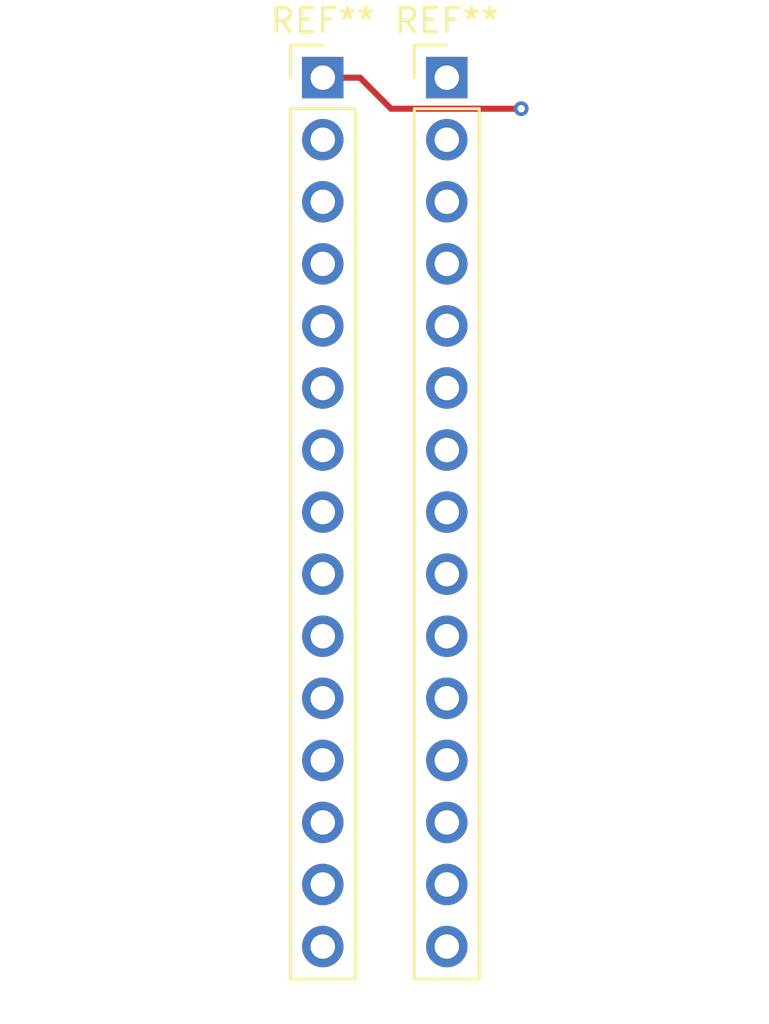
<source format=kicad_pcb>
(kicad_pcb (version 20200628) (host pcbnew "(5.99.0-2358-g6d8fb94d8)")

  (general
    (thickness 1.6)
    (drawings 0)
    (tracks 4)
    (modules 2)
    (nets 1)
  )

  (paper "A4")
  (layers
    (0 "F.Cu" signal)
    (31 "B.Cu" signal)
    (32 "B.Adhes" user)
    (33 "F.Adhes" user)
    (34 "B.Paste" user)
    (35 "F.Paste" user)
    (36 "B.SilkS" user)
    (37 "F.SilkS" user)
    (38 "B.Mask" user)
    (39 "F.Mask" user)
    (40 "Dwgs.User" user)
    (41 "Cmts.User" user)
    (42 "Eco1.User" user)
    (43 "Eco2.User" user)
    (44 "Edge.Cuts" user)
    (45 "Margin" user)
    (46 "B.CrtYd" user)
    (47 "F.CrtYd" user)
    (48 "B.Fab" user)
    (49 "F.Fab" user)
  )

  (setup
    (stackup
      (layer "F.SilkS" (type "Top Silk Screen"))
      (layer "F.Paste" (type "Top Solder Paste"))
      (layer "F.Mask" (type "Top Solder Mask") (color "Green") (thickness 0.01))
      (layer "F.Cu" (type "copper") (thickness 0.035))
      (layer "dielectric 1" (type "core") (thickness 1.51) (material "FR4") (epsilon_r 4.5) (loss_tangent 0.02))
      (layer "B.Cu" (type "copper") (thickness 0.035))
      (layer "B.Mask" (type "Bottom Solder Mask") (color "Green") (thickness 0.01))
      (layer "B.Paste" (type "Bottom Solder Paste"))
      (layer "B.SilkS" (type "Bottom Silk Screen"))
      (copper_finish "None")
      (dielectric_constraints no)
    )
    (pcbplotparams
      (layerselection 0x010fc_ffffffff)
      (usegerberextensions false)
      (usegerberattributes true)
      (usegerberadvancedattributes true)
      (creategerberjobfile true)
      (svguseinch false)
      (svgprecision 6)
      (excludeedgelayer true)
      (linewidth 0.100000)
      (plotframeref false)
      (viasonmask false)
      (mode 1)
      (useauxorigin false)
      (hpglpennumber 1)
      (hpglpenspeed 20)
      (hpglpendiameter 15.000000)
      (psnegative false)
      (psa4output false)
      (plotreference true)
      (plotvalue true)
      (plotinvisibletext false)
      (sketchpadsonfab false)
      (subtractmaskfromsilk false)
      (outputformat 1)
      (mirror false)
      (drillshape 1)
      (scaleselection 1)
      (outputdirectory "")
    )
  )

  (net 0 "")

  (module "Connector_PinHeader_2.54mm:PinHeader_1x15_P2.54mm_Vertical" (layer "F.Cu") (tedit 59FED5CC) (tstamp 6027322e-53e6-4b51-88d8-b28b08ae15ea)
    (at 81.28 50.8)
    (descr "Through hole straight pin header, 1x15, 2.54mm pitch, single row")
    (tags "Through hole pin header THT 1x15 2.54mm single row")
    (fp_text reference "REF**" (at 0 -2.33) (layer "F.SilkS")
      (effects (font (size 1 1) (thickness 0.15)))
    )
    (fp_text value "PinHeader_1x15_P2.54mm_Vertical" (at 0 37.89) (layer "F.Fab")
      (effects (font (size 1 1) (thickness 0.15)))
    )
    (fp_line (start -0.635 -1.27) (end 1.27 -1.27) (layer "F.Fab") (width 0.1))
    (fp_line (start 1.27 -1.27) (end 1.27 36.83) (layer "F.Fab") (width 0.1))
    (fp_line (start 1.27 36.83) (end -1.27 36.83) (layer "F.Fab") (width 0.1))
    (fp_line (start -1.27 36.83) (end -1.27 -0.635) (layer "F.Fab") (width 0.1))
    (fp_line (start -1.27 -0.635) (end -0.635 -1.27) (layer "F.Fab") (width 0.1))
    (fp_line (start -1.33 36.89) (end 1.33 36.89) (layer "F.SilkS") (width 0.12))
    (fp_line (start -1.33 1.27) (end -1.33 36.89) (layer "F.SilkS") (width 0.12))
    (fp_line (start 1.33 1.27) (end 1.33 36.89) (layer "F.SilkS") (width 0.12))
    (fp_line (start -1.33 1.27) (end 1.33 1.27) (layer "F.SilkS") (width 0.12))
    (fp_line (start -1.33 0) (end -1.33 -1.33) (layer "F.SilkS") (width 0.12))
    (fp_line (start -1.33 -1.33) (end 0 -1.33) (layer "F.SilkS") (width 0.12))
    (fp_line (start -1.8 -1.8) (end -1.8 37.35) (layer "F.CrtYd") (width 0.05))
    (fp_line (start -1.8 37.35) (end 1.8 37.35) (layer "F.CrtYd") (width 0.05))
    (fp_line (start 1.8 37.35) (end 1.8 -1.8) (layer "F.CrtYd") (width 0.05))
    (fp_line (start 1.8 -1.8) (end -1.8 -1.8) (layer "F.CrtYd") (width 0.05))
    (fp_text user "${REFERENCE}" (at 0 17.78 90) (layer "F.Fab")
      (effects (font (size 1 1) (thickness 0.15)))
    )
    (pad "1" thru_hole rect (at 0 0) (size 1.7 1.7) (drill 1) (layers *.Cu *.Mask) (tstamp 80d12a42-23c7-4e4c-a0bf-617d82771be5))
    (pad "2" thru_hole oval (at 0 2.54) (size 1.7 1.7) (drill 1) (layers *.Cu *.Mask) (tstamp f513dabb-8da8-495f-b2db-ead4ade0e2aa))
    (pad "3" thru_hole oval (at 0 5.08) (size 1.7 1.7) (drill 1) (layers *.Cu *.Mask) (tstamp 0c97f925-1899-4ff0-b064-47c2b2a26905))
    (pad "4" thru_hole oval (at 0 7.62) (size 1.7 1.7) (drill 1) (layers *.Cu *.Mask) (tstamp 7b8ddaba-646a-4e81-9db7-5c968cdac499))
    (pad "5" thru_hole oval (at 0 10.16) (size 1.7 1.7) (drill 1) (layers *.Cu *.Mask) (tstamp 1499ec8f-e481-4212-8a07-31d403ffe7d5))
    (pad "6" thru_hole oval (at 0 12.7) (size 1.7 1.7) (drill 1) (layers *.Cu *.Mask) (tstamp 46140679-debe-4387-9b91-d2d7b4d045a6))
    (pad "7" thru_hole oval (at 0 15.24) (size 1.7 1.7) (drill 1) (layers *.Cu *.Mask) (tstamp 33b43606-33f6-4eb3-bf5a-bac57d041067))
    (pad "8" thru_hole oval (at 0 17.78) (size 1.7 1.7) (drill 1) (layers *.Cu *.Mask) (tstamp dcccef60-169c-4b66-9c14-f2cb895df371))
    (pad "9" thru_hole oval (at 0 20.32) (size 1.7 1.7) (drill 1) (layers *.Cu *.Mask) (tstamp 85b029b1-ff35-4282-bee1-7bb1ab65d671))
    (pad "10" thru_hole oval (at 0 22.86) (size 1.7 1.7) (drill 1) (layers *.Cu *.Mask) (tstamp 6df044dc-c3cc-4ba6-9d68-d1c918014555))
    (pad "11" thru_hole oval (at 0 25.4) (size 1.7 1.7) (drill 1) (layers *.Cu *.Mask) (tstamp 45eed95b-aa87-41e2-b088-d078917ff593))
    (pad "12" thru_hole oval (at 0 27.94) (size 1.7 1.7) (drill 1) (layers *.Cu *.Mask) (tstamp a462c613-0ca3-477b-bbb0-9ac20602604d))
    (pad "13" thru_hole oval (at 0 30.48) (size 1.7 1.7) (drill 1) (layers *.Cu *.Mask) (tstamp b9d4c266-79b3-45cf-9010-ce59f0d7b5eb))
    (pad "14" thru_hole oval (at 0 33.02) (size 1.7 1.7) (drill 1) (layers *.Cu *.Mask) (tstamp b1319e2e-6708-4644-8a83-3a0db12e106a))
    (pad "15" thru_hole oval (at 0 35.56) (size 1.7 1.7) (drill 1) (layers *.Cu *.Mask) (tstamp 154f87ad-2c6a-4afb-9df9-73387a855bc2))
    (model "${KISYS3DMOD}/Connector_PinHeader_2.54mm.3dshapes/PinHeader_1x15_P2.54mm_Vertical.wrl"
      (at (xyz 0 0 0))
      (scale (xyz 1 1 1))
      (rotate (xyz 0 0 0))
    )
  )

  (module "Connector_PinHeader_2.54mm:PinHeader_1x15_P2.54mm_Vertical" (layer "F.Cu") (tedit 59FED5CC) (tstamp 380868bc-8140-45d8-81c8-4aac664dcf73)
    (at 76.2 50.8)
    (descr "Through hole straight pin header, 1x15, 2.54mm pitch, single row")
    (tags "Through hole pin header THT 1x15 2.54mm single row")
    (fp_text reference "REF**" (at 0 -2.33) (layer "F.SilkS")
      (effects (font (size 1 1) (thickness 0.15)))
    )
    (fp_text value "PinHeader_1x15_P2.54mm_Vertical" (at 0 37.89) (layer "F.Fab")
      (effects (font (size 1 1) (thickness 0.15)))
    )
    (fp_text user "${REFERENCE}" (at 0 17.78 90) (layer "F.Fab")
      (effects (font (size 1 1) (thickness 0.15)))
    )
    (fp_line (start 1.8 -1.8) (end -1.8 -1.8) (layer "F.CrtYd") (width 0.05))
    (fp_line (start 1.8 37.35) (end 1.8 -1.8) (layer "F.CrtYd") (width 0.05))
    (fp_line (start -1.8 37.35) (end 1.8 37.35) (layer "F.CrtYd") (width 0.05))
    (fp_line (start -1.8 -1.8) (end -1.8 37.35) (layer "F.CrtYd") (width 0.05))
    (fp_line (start -1.33 -1.33) (end 0 -1.33) (layer "F.SilkS") (width 0.12))
    (fp_line (start -1.33 0) (end -1.33 -1.33) (layer "F.SilkS") (width 0.12))
    (fp_line (start -1.33 1.27) (end 1.33 1.27) (layer "F.SilkS") (width 0.12))
    (fp_line (start 1.33 1.27) (end 1.33 36.89) (layer "F.SilkS") (width 0.12))
    (fp_line (start -1.33 1.27) (end -1.33 36.89) (layer "F.SilkS") (width 0.12))
    (fp_line (start -1.33 36.89) (end 1.33 36.89) (layer "F.SilkS") (width 0.12))
    (fp_line (start -1.27 -0.635) (end -0.635 -1.27) (layer "F.Fab") (width 0.1))
    (fp_line (start -1.27 36.83) (end -1.27 -0.635) (layer "F.Fab") (width 0.1))
    (fp_line (start 1.27 36.83) (end -1.27 36.83) (layer "F.Fab") (width 0.1))
    (fp_line (start 1.27 -1.27) (end 1.27 36.83) (layer "F.Fab") (width 0.1))
    (fp_line (start -0.635 -1.27) (end 1.27 -1.27) (layer "F.Fab") (width 0.1))
    (pad "15" thru_hole oval (at 0 35.56) (size 1.7 1.7) (drill 1) (layers *.Cu *.Mask) (tstamp 154f87ad-2c6a-4afb-9df9-73387a855bc2))
    (pad "14" thru_hole oval (at 0 33.02) (size 1.7 1.7) (drill 1) (layers *.Cu *.Mask) (tstamp b1319e2e-6708-4644-8a83-3a0db12e106a))
    (pad "13" thru_hole oval (at 0 30.48) (size 1.7 1.7) (drill 1) (layers *.Cu *.Mask) (tstamp b9d4c266-79b3-45cf-9010-ce59f0d7b5eb))
    (pad "12" thru_hole oval (at 0 27.94) (size 1.7 1.7) (drill 1) (layers *.Cu *.Mask) (tstamp a462c613-0ca3-477b-bbb0-9ac20602604d))
    (pad "11" thru_hole oval (at 0 25.4) (size 1.7 1.7) (drill 1) (layers *.Cu *.Mask) (tstamp 45eed95b-aa87-41e2-b088-d078917ff593))
    (pad "10" thru_hole oval (at 0 22.86) (size 1.7 1.7) (drill 1) (layers *.Cu *.Mask) (tstamp 6df044dc-c3cc-4ba6-9d68-d1c918014555))
    (pad "9" thru_hole oval (at 0 20.32) (size 1.7 1.7) (drill 1) (layers *.Cu *.Mask) (tstamp 85b029b1-ff35-4282-bee1-7bb1ab65d671))
    (pad "8" thru_hole oval (at 0 17.78) (size 1.7 1.7) (drill 1) (layers *.Cu *.Mask) (tstamp dcccef60-169c-4b66-9c14-f2cb895df371))
    (pad "7" thru_hole oval (at 0 15.24) (size 1.7 1.7) (drill 1) (layers *.Cu *.Mask) (tstamp 33b43606-33f6-4eb3-bf5a-bac57d041067))
    (pad "6" thru_hole oval (at 0 12.7) (size 1.7 1.7) (drill 1) (layers *.Cu *.Mask) (tstamp 46140679-debe-4387-9b91-d2d7b4d045a6))
    (pad "5" thru_hole oval (at 0 10.16) (size 1.7 1.7) (drill 1) (layers *.Cu *.Mask) (tstamp 1499ec8f-e481-4212-8a07-31d403ffe7d5))
    (pad "4" thru_hole oval (at 0 7.62) (size 1.7 1.7) (drill 1) (layers *.Cu *.Mask) (tstamp 7b8ddaba-646a-4e81-9db7-5c968cdac499))
    (pad "3" thru_hole oval (at 0 5.08) (size 1.7 1.7) (drill 1) (layers *.Cu *.Mask) (tstamp 0c97f925-1899-4ff0-b064-47c2b2a26905))
    (pad "2" thru_hole oval (at 0 2.54) (size 1.7 1.7) (drill 1) (layers *.Cu *.Mask) (tstamp f513dabb-8da8-495f-b2db-ead4ade0e2aa))
    (pad "1" thru_hole rect (at 0 0) (size 1.7 1.7) (drill 1) (layers *.Cu *.Mask) (tstamp 80d12a42-23c7-4e4c-a0bf-617d82771be5))
    (model "${KISYS3DMOD}/Connector_PinHeader_2.54mm.3dshapes/PinHeader_1x15_P2.54mm_Vertical.wrl"
      (at (xyz 0 0 0))
      (scale (xyz 1 1 1))
      (rotate (xyz 0 0 0))
    )
  )

  (segment (start 76.2 50.8) (end 77.724 50.8) (width 0.25) (layer "F.Cu") (net 0) (tstamp 562ccbd9-9654-4072-a087-eeb5e1c110db))
  (segment (start 77.724 50.8) (end 78.994 52.07) (width 0.25) (layer "F.Cu") (net 0) (tstamp 12a89b86-b1cd-4653-9fdc-ad071f4604a5))
  (segment (start 78.994 52.07) (end 84.328 52.07) (width 0.25) (layer "F.Cu") (net 0) (tstamp 921b8e88-ef39-4a3d-a7c4-087c7326dad8))
  (via (at 84.328 52.07) (size 0.6) (drill 0.3) (layers "F.Cu" "B.Cu") (net 0) (tstamp 0f67ce0d-c600-4dd2-a439-0f948b0f91be))

)

</source>
